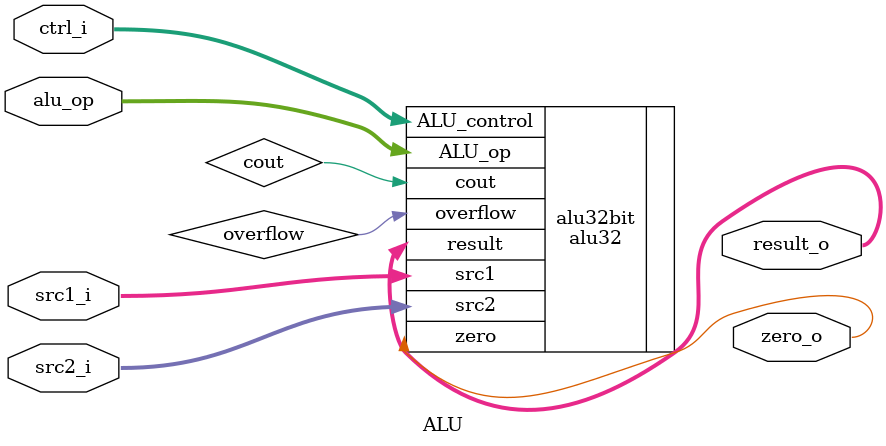
<source format=v>

module ALU(
    src1_i,
    src2_i,
    ctrl_i,
    alu_op,
    result_o,
    zero_o
    );

//I/O ports
input  [32-1:0]  src1_i;
input  [32-1:0]	 src2_i;
input  [4-1:0]   ctrl_i;
input  [2:0]     alu_op;
output [32-1:0]	 result_o;
output           zero_o;

wire             cout,overflow;
//Internal signals


alu32 alu32bit(
	//.rst_n(),         // negative reset            (input)
    .src1(src1_i),          // 32 bits source 1          (input)
    .src2(src2_i),          // 32 bits source 2          (input)
    .ALU_control(ctrl_i),   // 4 bits ALU control input  (input)
	//.bonus_control(), // 3 bits bonus control input(input) 
    .ALU_op(alu_op),
    .result(result_o),        // 32 bits result            (output)
    .zero(zero_o),          // 1 bit when the output is 0, zero must be set (output)
    .cout(cout),          // 1 bit carry out           (output)
    .overflow(overflow)       // 1 bit overflow            (output)
	);

endmodule

</source>
